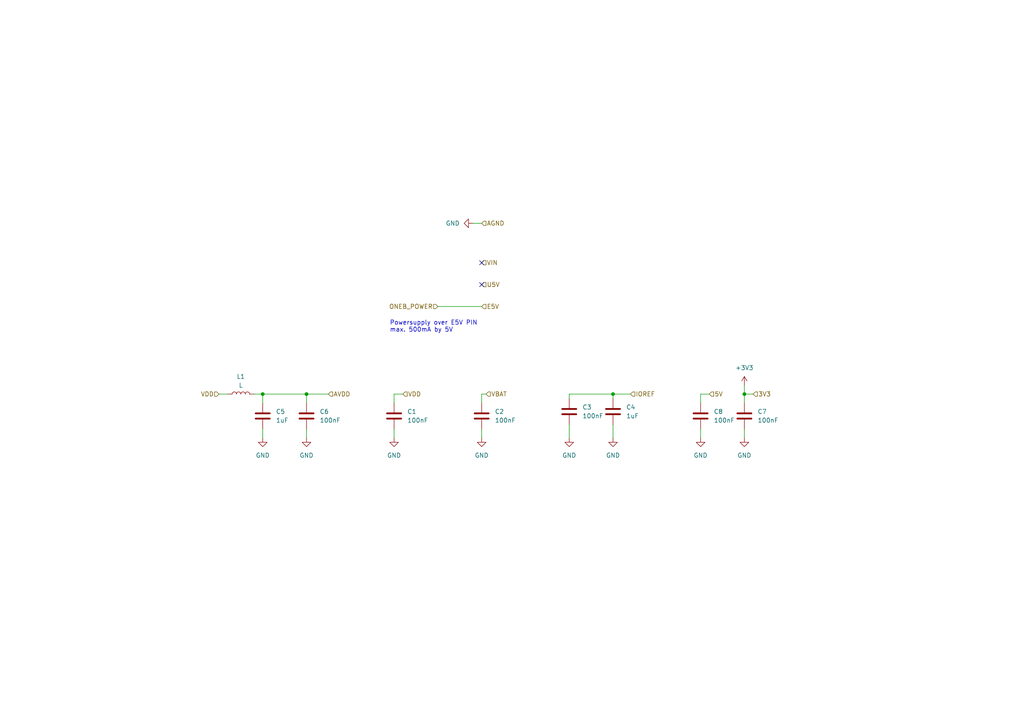
<source format=kicad_sch>
(kicad_sch (version 20230121) (generator eeschema)
  (paper "A4")
  (lib_symbols
    (symbol "Device:C" (pin_numbers hide) (pin_names (offset 0.254))
      (property "Reference" "C" (at 0.635 2.54 0))
      (property "Value" "C" (at 0.635 -2.54 0))
      (symbol "C_0_1"
        (polyline (pts (xy -2.032 -0.762) (xy 2.032 -0.762)) (stroke (width 0.508)))
        (polyline (pts (xy -2.032 0.762) (xy 2.032 0.762)) (stroke (width 0.508)))
      )
      (symbol "C_1_1"
        (pin passive line (at 0 3.81 270) (length 2.794) (name "~") (number "1"))
        (pin passive line (at 0 -3.81 90) (length 2.794) (name "~") (number "2"))
      )
    )
    (symbol "Device:L" (pin_numbers hide) (pin_names (offset 1.016) hide)
      (property "Reference" "L" (at -1.27 0 90))
      (property "Value" "L" (at 1.905 0 90))
      (symbol "L_0_1"
        (arc (start 0 -2.54) (mid 0.6323 -1.905) (end 0 -1.27))
        (arc (start 0 -1.27) (mid 0.6323 -0.635) (end 0 0))
        (arc (start 0 0) (mid 0.6323 0.635) (end 0 1.27))
        (arc (start 0 1.27) (mid 0.6323 1.905) (end 0 2.54))
      )
      (symbol "L_1_1"
        (pin passive line (at 0 3.81 270) (length 1.27) (name "1") (number "1"))
        (pin passive line (at 0 -3.81 90) (length 1.27) (name "2") (number "2"))
      )
    )
    (symbol "power:+3V3" (power) (pin_names (offset 0))
      (property "Value" "+3V3" (at 0 3.556 0))
      (symbol "+3V3_0_1"
        (polyline (pts (xy -0.762 1.27) (xy 0 2.54)))
        (polyline (pts (xy 0 0) (xy 0 2.54)))
        (polyline (pts (xy 0 2.54) (xy 0.762 1.27)))
      )
      (symbol "+3V3_1_1"
        (pin power_in line (at 0 0 90) (length 0) hide (name "+3V3") (number "1"))
      )
    )
    (symbol "power:GND" (power) (pin_names (offset 0))
      (property "Value" "GND" (at 0 -3.81 0))
      (symbol "GND_0_1"
        (polyline (pts (xy 0 0) (xy 0 -1.27) (xy 1.27 -1.27) (xy 0 -2.54) (xy -1.27 -1.27) (xy 0 -1.27)))
      )
      (symbol "GND_1_1"
        (pin power_in line (at 0 0 270) (length 0) hide (name "GND") (number "1"))
      )
    )
  )
  (junction (at 177.8 114.3))
  (junction (at 215.9 114.3))
  (junction (at 88.9 114.3))
  (junction (at 76.2 114.3))
  (no_connect (at 139.7 82.55))
  (no_connect (at 139.7 76.2))
  (wire (pts (xy 88.9 116.84) (xy 88.9 114.3)))
  (wire (pts (xy 88.9 124.46) (xy 88.9 127)))
  (wire (pts (xy 76.2 114.3) (xy 76.2 116.84)))
  (wire (pts (xy 116.84 114.3) (xy 114.3 114.3)))
  (wire (pts (xy 215.9 114.3) (xy 215.9 116.84)))
  (wire (pts (xy 139.7 116.84) (xy 139.7 114.3)))
  (wire (pts (xy 215.9 124.46) (xy 215.9 127)))
  (wire (pts (xy 139.7 114.3) (xy 140.97 114.3)))
  (wire (pts (xy 63.5 114.3) (xy 66.04 114.3)))
  (wire (pts (xy 203.2 124.46) (xy 203.2 127)))
  (wire (pts (xy 218.44 114.3) (xy 215.9 114.3)))
  (wire (pts (xy 203.2 114.3) (xy 203.2 116.84)))
  (wire (pts (xy 165.1 123.19) (xy 165.1 127)))
  (wire (pts (xy 139.7 124.46) (xy 139.7 127)))
  (wire (pts (xy 73.66 114.3) (xy 76.2 114.3)))
  (wire (pts (xy 114.3 114.3) (xy 114.3 116.84)))
  (wire (pts (xy 88.9 114.3) (xy 76.2 114.3)))
  (wire (pts (xy 177.8 114.3) (xy 182.88 114.3)))
  (wire (pts (xy 137.16 64.77) (xy 139.7 64.77)))
  (wire (pts (xy 215.9 111.76) (xy 215.9 114.3)))
  (wire (pts (xy 205.74 114.3) (xy 203.2 114.3)))
  (wire (pts (xy 127 88.9) (xy 139.7 88.9)))
  (wire (pts (xy 177.8 114.3) (xy 177.8 115.57)))
  (wire (pts (xy 76.2 124.46) (xy 76.2 127)))
  (wire (pts (xy 165.1 115.57) (xy 165.1 114.3)))
  (wire (pts (xy 88.9 114.3) (xy 95.25 114.3)))
  (wire (pts (xy 177.8 123.19) (xy 177.8 127)))
  (wire (pts (xy 165.1 114.3) (xy 177.8 114.3)))
  (wire (pts (xy 114.3 124.46) (xy 114.3 127)))
  (text "Powersupply over E5V PIN\nmax. 500mA by 5V\n" (at 113.03 96.52 0) (effects (font (size 1.27 1.27)) (justify left bottom)))
  (hierarchical_label "AGND" (shape input) (at 139.7 64.77 0))
  (hierarchical_label "ONEB_POWER" (shape input) (at 127 88.9 180))
  (hierarchical_label "IOREF" (shape input) (at 182.88 114.3 0))
  (hierarchical_label "5V" (shape input) (at 205.74 114.3 0))
  (hierarchical_label "VBAT" (shape input) (at 140.97 114.3 0))
  (hierarchical_label "VDD" (shape input) (at 63.5 114.3 180))
  (hierarchical_label "U5V" (shape input) (at 139.7 82.55 0))
  (hierarchical_label "AVDD" (shape input) (at 95.25 114.3 0))
  (hierarchical_label "E5V" (shape input) (at 139.7 88.9 0))
  (hierarchical_label "VDD" (shape input) (at 116.84 114.3 0))
  (hierarchical_label "VIN" (shape input) (at 139.7 76.2 0))
  (hierarchical_label "3V3" (shape input) (at 218.44 114.3 0))
  (symbol (lib_id "power:+3V3") (at 215.9 111.76 0) (unit 1)
    (property "Reference" "#PWR024" (effects hide))
    (property "Value" "+3V3" (at 215.9 106.68 0))
  )
  (symbol (lib_id "Device:C") (at 177.8 119.38 0) (unit 1)
    (property "Reference" "C4" (at 181.61 118.11 0) (effects (justify left)))
    (property "Value" "1uF" (at 181.61 120.65 0) (effects (justify left)))
  )
  (symbol (lib_id "Device:C") (at 114.3 120.65 0) (unit 1)
    (property "Reference" "C1" (at 118.11 119.38 0) (effects (justify left)))
    (property "Value" "100nF" (at 118.11 121.92 0) (effects (justify left)))
  )
  (symbol (lib_id "power:GND") (at 76.2 127 0) (unit 1)
    (property "Reference" "#PWR013" (effects hide))
    (property "Value" "GND" (at 76.2 132.08 0))
  )
  (symbol (lib_id "power:GND") (at 88.9 127 0) (unit 1)
    (property "Reference" "#PWR012" (effects hide))
    (property "Value" "GND" (at 88.9 132.08 0))
  )
  (symbol (lib_id "power:GND") (at 165.1 127 0) (unit 1)
    (property "Reference" "#PWR09" (effects hide))
    (property "Value" "GND" (at 165.1 132.08 0))
  )
  (symbol (lib_id "Device:C") (at 215.9 120.65 0) (unit 1)
    (property "Reference" "C7" (at 219.71 119.38 0) (effects (justify left)))
    (property "Value" "100nF" (at 219.71 121.92 0) (effects (justify left)))
  )
  (symbol (lib_id "Device:C") (at 165.1 119.38 0) (unit 1)
    (property "Reference" "C3" (at 168.91 118.11 0) (effects (justify left)))
    (property "Value" "100nF" (at 168.91 120.65 0) (effects (justify left)))
  )
  (symbol (lib_id "power:GND") (at 215.9 127 0) (unit 1)
    (property "Reference" "#PWR014" (effects hide))
    (property "Value" "GND" (at 215.9 132.08 0))
  )
  (symbol (lib_id "power:GND") (at 177.8 127 0) (unit 1)
    (property "Reference" "#PWR011" (effects hide))
    (property "Value" "GND" (at 177.8 132.08 0))
  )
  (symbol (lib_id "power:GND") (at 139.7 127 0) (unit 1)
    (property "Reference" "#PWR08" (effects hide))
    (property "Value" "GND" (at 139.7 132.08 0))
  )
  (symbol (lib_id "Device:C") (at 76.2 120.65 0) (unit 1)
    (property "Reference" "C5" (at 80.01 119.38 0) (effects (justify left)))
    (property "Value" "1uF" (at 80.01 121.92 0) (effects (justify left)))
  )
  (symbol (lib_id "Device:C") (at 203.2 120.65 0) (unit 1)
    (property "Reference" "C8" (at 207.01 119.38 0) (effects (justify left)))
    (property "Value" "100nF" (at 207.01 121.92 0) (effects (justify left)))
  )
  (symbol (lib_id "power:GND") (at 203.2 127 0) (unit 1)
    (property "Reference" "#PWR015" (effects hide))
    (property "Value" "GND" (at 203.2 132.08 0))
  )
  (symbol (lib_id "Device:L") (at 69.85 114.3 90) (unit 1)
    (property "Reference" "L1" (at 69.85 109.22 90))
    (property "Value" "L" (at 69.85 111.76 90))
  )
  (symbol (lib_id "power:GND") (at 137.16 64.77 270) (unit 1)
    (property "Reference" "#PWR010" (effects hide))
    (property "Value" "GND" (at 133.35 64.77 90) (effects (justify right)))
  )
  (symbol (lib_id "Device:C") (at 139.7 120.65 0) (unit 1)
    (property "Reference" "C2" (at 143.51 119.38 0) (effects (justify left)))
    (property "Value" "100nF" (at 143.51 121.92 0) (effects (justify left)))
  )
  (symbol (lib_id "Device:C") (at 88.9 120.65 0) (unit 1)
    (property "Reference" "C6" (at 92.71 119.38 0) (effects (justify left)))
    (property "Value" "100nF" (at 92.71 121.92 0) (effects (justify left)))
  )
  (symbol (lib_id "power:GND") (at 114.3 127 0) (unit 1)
    (property "Reference" "#PWR07" (effects hide))
    (property "Value" "GND" (at 114.3 132.08 0))
  )
)
</source>
